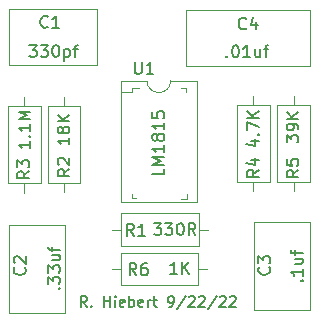
<source format=gbr>
%TF.GenerationSoftware,KiCad,Pcbnew,(5.1.6)-1*%
%TF.CreationDate,2022-09-30T16:18:59-07:00*%
%TF.ProjectId,Single VR Conditioner,53696e67-6c65-4205-9652-20436f6e6469,rev?*%
%TF.SameCoordinates,Original*%
%TF.FileFunction,Legend,Top*%
%TF.FilePolarity,Positive*%
%FSLAX46Y46*%
G04 Gerber Fmt 4.6, Leading zero omitted, Abs format (unit mm)*
G04 Created by KiCad (PCBNEW (5.1.6)-1) date 2022-09-30 16:18:59*
%MOMM*%
%LPD*%
G01*
G04 APERTURE LIST*
%ADD10C,0.127000*%
%ADD11C,0.120000*%
%ADD12C,0.100000*%
%ADD13C,0.150000*%
G04 APERTURE END LIST*
D10*
X132966460Y-103744606D02*
X132670126Y-103321273D01*
X132458460Y-103744606D02*
X132458460Y-102855606D01*
X132797126Y-102855606D01*
X132881793Y-102897940D01*
X132924126Y-102940273D01*
X132966460Y-103024940D01*
X132966460Y-103151940D01*
X132924126Y-103236606D01*
X132881793Y-103278940D01*
X132797126Y-103321273D01*
X132458460Y-103321273D01*
X133347460Y-103659940D02*
X133389793Y-103702273D01*
X133347460Y-103744606D01*
X133305126Y-103702273D01*
X133347460Y-103659940D01*
X133347460Y-103744606D01*
X134448126Y-103744606D02*
X134448126Y-102855606D01*
X134448126Y-103278940D02*
X134956126Y-103278940D01*
X134956126Y-103744606D02*
X134956126Y-102855606D01*
X135379460Y-103744606D02*
X135379460Y-103151940D01*
X135379460Y-102855606D02*
X135337126Y-102897940D01*
X135379460Y-102940273D01*
X135421793Y-102897940D01*
X135379460Y-102855606D01*
X135379460Y-102940273D01*
X136141460Y-103702273D02*
X136056793Y-103744606D01*
X135887460Y-103744606D01*
X135802793Y-103702273D01*
X135760460Y-103617606D01*
X135760460Y-103278940D01*
X135802793Y-103194273D01*
X135887460Y-103151940D01*
X136056793Y-103151940D01*
X136141460Y-103194273D01*
X136183793Y-103278940D01*
X136183793Y-103363606D01*
X135760460Y-103448273D01*
X136564793Y-103744606D02*
X136564793Y-102855606D01*
X136564793Y-103194273D02*
X136649460Y-103151940D01*
X136818793Y-103151940D01*
X136903460Y-103194273D01*
X136945793Y-103236606D01*
X136988126Y-103321273D01*
X136988126Y-103575273D01*
X136945793Y-103659940D01*
X136903460Y-103702273D01*
X136818793Y-103744606D01*
X136649460Y-103744606D01*
X136564793Y-103702273D01*
X137707793Y-103702273D02*
X137623126Y-103744606D01*
X137453793Y-103744606D01*
X137369126Y-103702273D01*
X137326793Y-103617606D01*
X137326793Y-103278940D01*
X137369126Y-103194273D01*
X137453793Y-103151940D01*
X137623126Y-103151940D01*
X137707793Y-103194273D01*
X137750126Y-103278940D01*
X137750126Y-103363606D01*
X137326793Y-103448273D01*
X138131126Y-103744606D02*
X138131126Y-103151940D01*
X138131126Y-103321273D02*
X138173460Y-103236606D01*
X138215793Y-103194273D01*
X138300460Y-103151940D01*
X138385126Y-103151940D01*
X138554460Y-103151940D02*
X138893126Y-103151940D01*
X138681460Y-102855606D02*
X138681460Y-103617606D01*
X138723793Y-103702273D01*
X138808460Y-103744606D01*
X138893126Y-103744606D01*
X139909126Y-103744606D02*
X140078460Y-103744606D01*
X140163126Y-103702273D01*
X140205460Y-103659940D01*
X140290126Y-103532940D01*
X140332460Y-103363606D01*
X140332460Y-103024940D01*
X140290126Y-102940273D01*
X140247793Y-102897940D01*
X140163126Y-102855606D01*
X139993793Y-102855606D01*
X139909126Y-102897940D01*
X139866793Y-102940273D01*
X139824460Y-103024940D01*
X139824460Y-103236606D01*
X139866793Y-103321273D01*
X139909126Y-103363606D01*
X139993793Y-103405940D01*
X140163126Y-103405940D01*
X140247793Y-103363606D01*
X140290126Y-103321273D01*
X140332460Y-103236606D01*
X141348460Y-102813273D02*
X140586460Y-103956273D01*
X141602460Y-102940273D02*
X141644793Y-102897940D01*
X141729460Y-102855606D01*
X141941126Y-102855606D01*
X142025793Y-102897940D01*
X142068126Y-102940273D01*
X142110460Y-103024940D01*
X142110460Y-103109606D01*
X142068126Y-103236606D01*
X141560126Y-103744606D01*
X142110460Y-103744606D01*
X142449126Y-102940273D02*
X142491460Y-102897940D01*
X142576126Y-102855606D01*
X142787793Y-102855606D01*
X142872460Y-102897940D01*
X142914793Y-102940273D01*
X142957126Y-103024940D01*
X142957126Y-103109606D01*
X142914793Y-103236606D01*
X142406793Y-103744606D01*
X142957126Y-103744606D01*
X143973126Y-102813273D02*
X143211126Y-103956273D01*
X144227126Y-102940273D02*
X144269460Y-102897940D01*
X144354126Y-102855606D01*
X144565793Y-102855606D01*
X144650460Y-102897940D01*
X144692793Y-102940273D01*
X144735126Y-103024940D01*
X144735126Y-103109606D01*
X144692793Y-103236606D01*
X144184793Y-103744606D01*
X144735126Y-103744606D01*
X145073793Y-102940273D02*
X145116126Y-102897940D01*
X145200793Y-102855606D01*
X145412460Y-102855606D01*
X145497126Y-102897940D01*
X145539460Y-102940273D01*
X145581793Y-103024940D01*
X145581793Y-103109606D01*
X145539460Y-103236606D01*
X145031460Y-103744606D01*
X145581793Y-103744606D01*
D11*
%TO.C,U2*%
X138054840Y-84582960D02*
X135819840Y-84582960D01*
X135819840Y-84582960D02*
X135819840Y-94862960D01*
X135819840Y-94862960D02*
X142289840Y-94862960D01*
X142289840Y-94862960D02*
X142289840Y-84582960D01*
X142289840Y-84582960D02*
X140054840Y-84582960D01*
X140054840Y-84582960D02*
G75*
G02*
X138054840Y-84582960I-1000000J0D01*
G01*
D12*
%TO.C,U1*%
X136749760Y-85575360D02*
X135849760Y-85575360D01*
X136749760Y-85175360D02*
X136749760Y-85575360D01*
X137349760Y-85175360D02*
X136749760Y-85175360D01*
X141349760Y-85175360D02*
X140949760Y-85175360D01*
X141349760Y-85575360D02*
X141349760Y-85175360D01*
X141449760Y-94575360D02*
X140949760Y-94575360D01*
X141449760Y-94175360D02*
X141449760Y-94575360D01*
X136749760Y-94475360D02*
X137149760Y-94475360D01*
X136749760Y-94175360D02*
X136749760Y-94475360D01*
D11*
%TO.C,C1*%
X126359120Y-78483280D02*
X133799120Y-78483280D01*
X126359120Y-83223280D02*
X133799120Y-83223280D01*
X126359120Y-78483280D02*
X126359120Y-83223280D01*
X133799120Y-78483280D02*
X133799120Y-83223280D01*
%TO.C,C2*%
X131117520Y-104223360D02*
X126377520Y-104223360D01*
X131117520Y-96783360D02*
X126377520Y-96783360D01*
X126377520Y-96783360D02*
X126377520Y-104223360D01*
X131117520Y-96783360D02*
X131117520Y-104223360D01*
%TO.C,C3*%
X151874400Y-104020160D02*
X147134400Y-104020160D01*
X151874400Y-96580160D02*
X147134400Y-96580160D01*
X147134400Y-96580160D02*
X147134400Y-104020160D01*
X151874400Y-96580160D02*
X151874400Y-104020160D01*
%TO.C,C4*%
X141348000Y-83324880D02*
X141348000Y-78584880D01*
X151888000Y-83324880D02*
X151888000Y-78584880D01*
X151888000Y-78584880D02*
X141348000Y-78584880D01*
X151888000Y-83324880D02*
X141348000Y-83324880D01*
%TO.C,R1*%
X135886440Y-95825640D02*
X135886440Y-98565640D01*
X135886440Y-98565640D02*
X142426440Y-98565640D01*
X142426440Y-98565640D02*
X142426440Y-95825640D01*
X142426440Y-95825640D02*
X135886440Y-95825640D01*
X135116440Y-97195640D02*
X135886440Y-97195640D01*
X143196440Y-97195640D02*
X142426440Y-97195640D01*
%TO.C,R2*%
X131030980Y-94034740D02*
X131030980Y-93264740D01*
X131030980Y-85954740D02*
X131030980Y-86724740D01*
X132400980Y-93264740D02*
X132400980Y-86724740D01*
X129660980Y-93264740D02*
X132400980Y-93264740D01*
X129660980Y-86724740D02*
X129660980Y-93264740D01*
X132400980Y-86724740D02*
X129660980Y-86724740D01*
%TO.C,R3*%
X126310720Y-93287600D02*
X129050720Y-93287600D01*
X129050720Y-93287600D02*
X129050720Y-86747600D01*
X129050720Y-86747600D02*
X126310720Y-86747600D01*
X126310720Y-86747600D02*
X126310720Y-93287600D01*
X127680720Y-94057600D02*
X127680720Y-93287600D01*
X127680720Y-85977600D02*
X127680720Y-86747600D01*
%TO.C,R4*%
X147066000Y-85842980D02*
X147066000Y-86612980D01*
X147066000Y-93922980D02*
X147066000Y-93152980D01*
X145696000Y-86612980D02*
X145696000Y-93152980D01*
X148436000Y-86612980D02*
X145696000Y-86612980D01*
X148436000Y-93152980D02*
X148436000Y-86612980D01*
X145696000Y-93152980D02*
X148436000Y-93152980D01*
%TO.C,R5*%
X150469600Y-85840440D02*
X150469600Y-86610440D01*
X150469600Y-93920440D02*
X150469600Y-93150440D01*
X149099600Y-86610440D02*
X149099600Y-93150440D01*
X151839600Y-86610440D02*
X149099600Y-86610440D01*
X151839600Y-93150440D02*
X151839600Y-86610440D01*
X149099600Y-93150440D02*
X151839600Y-93150440D01*
%TO.C,R6*%
X142365480Y-101908280D02*
X142365480Y-99168280D01*
X142365480Y-99168280D02*
X135825480Y-99168280D01*
X135825480Y-99168280D02*
X135825480Y-101908280D01*
X135825480Y-101908280D02*
X142365480Y-101908280D01*
X143135480Y-100538280D02*
X142365480Y-100538280D01*
X135055480Y-100538280D02*
X135825480Y-100538280D01*
%TO.C,U1*%
D13*
X137017855Y-83003140D02*
X137017855Y-83812664D01*
X137065474Y-83907902D01*
X137113093Y-83955521D01*
X137208331Y-84003140D01*
X137398807Y-84003140D01*
X137494045Y-83955521D01*
X137541664Y-83907902D01*
X137589283Y-83812664D01*
X137589283Y-83003140D01*
X138589283Y-84003140D02*
X138017855Y-84003140D01*
X138303569Y-84003140D02*
X138303569Y-83003140D01*
X138208331Y-83145998D01*
X138113093Y-83241236D01*
X138017855Y-83288855D01*
X139502140Y-92042026D02*
X139502140Y-92518217D01*
X138502140Y-92518217D01*
X139502140Y-91708693D02*
X138502140Y-91708693D01*
X139216426Y-91375360D01*
X138502140Y-91042026D01*
X139502140Y-91042026D01*
X139502140Y-90042026D02*
X139502140Y-90613455D01*
X139502140Y-90327740D02*
X138502140Y-90327740D01*
X138644998Y-90422979D01*
X138740236Y-90518217D01*
X138787855Y-90613455D01*
X138930712Y-89470598D02*
X138883093Y-89565836D01*
X138835474Y-89613455D01*
X138740236Y-89661074D01*
X138692617Y-89661074D01*
X138597379Y-89613455D01*
X138549760Y-89565836D01*
X138502140Y-89470598D01*
X138502140Y-89280121D01*
X138549760Y-89184883D01*
X138597379Y-89137264D01*
X138692617Y-89089645D01*
X138740236Y-89089645D01*
X138835474Y-89137264D01*
X138883093Y-89184883D01*
X138930712Y-89280121D01*
X138930712Y-89470598D01*
X138978331Y-89565836D01*
X139025950Y-89613455D01*
X139121188Y-89661074D01*
X139311664Y-89661074D01*
X139406902Y-89613455D01*
X139454521Y-89565836D01*
X139502140Y-89470598D01*
X139502140Y-89280121D01*
X139454521Y-89184883D01*
X139406902Y-89137264D01*
X139311664Y-89089645D01*
X139121188Y-89089645D01*
X139025950Y-89137264D01*
X138978331Y-89184883D01*
X138930712Y-89280121D01*
X139502140Y-88137264D02*
X139502140Y-88708693D01*
X139502140Y-88422979D02*
X138502140Y-88422979D01*
X138644998Y-88518217D01*
X138740236Y-88613455D01*
X138787855Y-88708693D01*
X138502140Y-87232502D02*
X138502140Y-87708693D01*
X138978331Y-87756312D01*
X138930712Y-87708693D01*
X138883093Y-87613455D01*
X138883093Y-87375360D01*
X138930712Y-87280121D01*
X138978331Y-87232502D01*
X139073569Y-87184883D01*
X139311664Y-87184883D01*
X139406902Y-87232502D01*
X139454521Y-87280121D01*
X139502140Y-87375360D01*
X139502140Y-87613455D01*
X139454521Y-87708693D01*
X139406902Y-87756312D01*
%TO.C,C1*%
X129647653Y-79996302D02*
X129600034Y-80043921D01*
X129457177Y-80091540D01*
X129361939Y-80091540D01*
X129219081Y-80043921D01*
X129123843Y-79948683D01*
X129076224Y-79853445D01*
X129028605Y-79662969D01*
X129028605Y-79520112D01*
X129076224Y-79329636D01*
X129123843Y-79234398D01*
X129219081Y-79139160D01*
X129361939Y-79091540D01*
X129457177Y-79091540D01*
X129600034Y-79139160D01*
X129647653Y-79186779D01*
X130600034Y-80091540D02*
X130028605Y-80091540D01*
X130314320Y-80091540D02*
X130314320Y-79091540D01*
X130219081Y-79234398D01*
X130123843Y-79329636D01*
X130028605Y-79377255D01*
X128095310Y-81575660D02*
X128714358Y-81575660D01*
X128381024Y-81956613D01*
X128523881Y-81956613D01*
X128619120Y-82004232D01*
X128666739Y-82051851D01*
X128714358Y-82147089D01*
X128714358Y-82385184D01*
X128666739Y-82480422D01*
X128619120Y-82528041D01*
X128523881Y-82575660D01*
X128238167Y-82575660D01*
X128142929Y-82528041D01*
X128095310Y-82480422D01*
X129047691Y-81575660D02*
X129666739Y-81575660D01*
X129333405Y-81956613D01*
X129476262Y-81956613D01*
X129571500Y-82004232D01*
X129619120Y-82051851D01*
X129666739Y-82147089D01*
X129666739Y-82385184D01*
X129619120Y-82480422D01*
X129571500Y-82528041D01*
X129476262Y-82575660D01*
X129190548Y-82575660D01*
X129095310Y-82528041D01*
X129047691Y-82480422D01*
X130285786Y-81575660D02*
X130381024Y-81575660D01*
X130476262Y-81623280D01*
X130523881Y-81670899D01*
X130571500Y-81766137D01*
X130619120Y-81956613D01*
X130619120Y-82194708D01*
X130571500Y-82385184D01*
X130523881Y-82480422D01*
X130476262Y-82528041D01*
X130381024Y-82575660D01*
X130285786Y-82575660D01*
X130190548Y-82528041D01*
X130142929Y-82480422D01*
X130095310Y-82385184D01*
X130047691Y-82194708D01*
X130047691Y-81956613D01*
X130095310Y-81766137D01*
X130142929Y-81670899D01*
X130190548Y-81623280D01*
X130285786Y-81575660D01*
X131047691Y-81908994D02*
X131047691Y-82908994D01*
X131047691Y-81956613D02*
X131142929Y-81908994D01*
X131333405Y-81908994D01*
X131428643Y-81956613D01*
X131476262Y-82004232D01*
X131523881Y-82099470D01*
X131523881Y-82385184D01*
X131476262Y-82480422D01*
X131428643Y-82528041D01*
X131333405Y-82575660D01*
X131142929Y-82575660D01*
X131047691Y-82528041D01*
X131809596Y-81908994D02*
X132190548Y-81908994D01*
X131952453Y-82575660D02*
X131952453Y-81718518D01*
X132000072Y-81623280D01*
X132095310Y-81575660D01*
X132190548Y-81575660D01*
%TO.C,C2*%
X127682262Y-100400146D02*
X127729881Y-100447765D01*
X127777500Y-100590622D01*
X127777500Y-100685860D01*
X127729881Y-100828718D01*
X127634643Y-100923956D01*
X127539405Y-100971575D01*
X127348929Y-101019194D01*
X127206072Y-101019194D01*
X127015596Y-100971575D01*
X126920358Y-100923956D01*
X126825120Y-100828718D01*
X126777500Y-100685860D01*
X126777500Y-100590622D01*
X126825120Y-100447765D01*
X126872739Y-100400146D01*
X126872739Y-100019194D02*
X126825120Y-99971575D01*
X126777500Y-99876337D01*
X126777500Y-99638241D01*
X126825120Y-99543003D01*
X126872739Y-99495384D01*
X126967977Y-99447765D01*
X127063215Y-99447765D01*
X127206072Y-99495384D01*
X127777500Y-100066813D01*
X127777500Y-99447765D01*
X130577862Y-102177956D02*
X130625481Y-102130337D01*
X130673100Y-102177956D01*
X130625481Y-102225575D01*
X130577862Y-102177956D01*
X130673100Y-102177956D01*
X129673100Y-101797003D02*
X129673100Y-101177956D01*
X130054053Y-101511289D01*
X130054053Y-101368432D01*
X130101672Y-101273194D01*
X130149291Y-101225575D01*
X130244529Y-101177956D01*
X130482624Y-101177956D01*
X130577862Y-101225575D01*
X130625481Y-101273194D01*
X130673100Y-101368432D01*
X130673100Y-101654146D01*
X130625481Y-101749384D01*
X130577862Y-101797003D01*
X129673100Y-100844622D02*
X129673100Y-100225575D01*
X130054053Y-100558908D01*
X130054053Y-100416051D01*
X130101672Y-100320813D01*
X130149291Y-100273194D01*
X130244529Y-100225575D01*
X130482624Y-100225575D01*
X130577862Y-100273194D01*
X130625481Y-100320813D01*
X130673100Y-100416051D01*
X130673100Y-100701765D01*
X130625481Y-100797003D01*
X130577862Y-100844622D01*
X130006434Y-99368432D02*
X130673100Y-99368432D01*
X130006434Y-99797003D02*
X130530243Y-99797003D01*
X130625481Y-99749384D01*
X130673100Y-99654146D01*
X130673100Y-99511289D01*
X130625481Y-99416051D01*
X130577862Y-99368432D01*
X130006434Y-99035099D02*
X130006434Y-98654146D01*
X130673100Y-98892241D02*
X129815958Y-98892241D01*
X129720720Y-98844622D01*
X129673100Y-98749384D01*
X129673100Y-98654146D01*
%TO.C,C3*%
X148388342Y-100374746D02*
X148435961Y-100422365D01*
X148483580Y-100565222D01*
X148483580Y-100660460D01*
X148435961Y-100803318D01*
X148340723Y-100898556D01*
X148245485Y-100946175D01*
X148055009Y-100993794D01*
X147912152Y-100993794D01*
X147721676Y-100946175D01*
X147626438Y-100898556D01*
X147531200Y-100803318D01*
X147483580Y-100660460D01*
X147483580Y-100565222D01*
X147531200Y-100422365D01*
X147578819Y-100374746D01*
X147483580Y-100041413D02*
X147483580Y-99422365D01*
X147864533Y-99755699D01*
X147864533Y-99612841D01*
X147912152Y-99517603D01*
X147959771Y-99469984D01*
X148055009Y-99422365D01*
X148293104Y-99422365D01*
X148388342Y-99469984D01*
X148435961Y-99517603D01*
X148483580Y-99612841D01*
X148483580Y-99898556D01*
X148435961Y-99993794D01*
X148388342Y-100041413D01*
X151131542Y-101514445D02*
X151179161Y-101466826D01*
X151226780Y-101514445D01*
X151179161Y-101562064D01*
X151131542Y-101514445D01*
X151226780Y-101514445D01*
X151226780Y-100514445D02*
X151226780Y-101085874D01*
X151226780Y-100800160D02*
X150226780Y-100800160D01*
X150369638Y-100895398D01*
X150464876Y-100990636D01*
X150512495Y-101085874D01*
X150560114Y-99657302D02*
X151226780Y-99657302D01*
X150560114Y-100085874D02*
X151083923Y-100085874D01*
X151179161Y-100038255D01*
X151226780Y-99943017D01*
X151226780Y-99800160D01*
X151179161Y-99704921D01*
X151131542Y-99657302D01*
X150560114Y-99323969D02*
X150560114Y-98943017D01*
X151226780Y-99181112D02*
X150369638Y-99181112D01*
X150274400Y-99133493D01*
X150226780Y-99038255D01*
X150226780Y-98943017D01*
%TO.C,C4*%
X146442133Y-80148702D02*
X146394514Y-80196321D01*
X146251657Y-80243940D01*
X146156419Y-80243940D01*
X146013561Y-80196321D01*
X145918323Y-80101083D01*
X145870704Y-80005845D01*
X145823085Y-79815369D01*
X145823085Y-79672512D01*
X145870704Y-79482036D01*
X145918323Y-79386798D01*
X146013561Y-79291560D01*
X146156419Y-79243940D01*
X146251657Y-79243940D01*
X146394514Y-79291560D01*
X146442133Y-79339179D01*
X147299276Y-79577274D02*
X147299276Y-80243940D01*
X147061180Y-79196321D02*
X146823085Y-79910607D01*
X147442133Y-79910607D01*
X144816723Y-82495662D02*
X144864342Y-82543281D01*
X144816723Y-82590900D01*
X144769104Y-82543281D01*
X144816723Y-82495662D01*
X144816723Y-82590900D01*
X145483390Y-81590900D02*
X145578628Y-81590900D01*
X145673866Y-81638520D01*
X145721485Y-81686139D01*
X145769104Y-81781377D01*
X145816723Y-81971853D01*
X145816723Y-82209948D01*
X145769104Y-82400424D01*
X145721485Y-82495662D01*
X145673866Y-82543281D01*
X145578628Y-82590900D01*
X145483390Y-82590900D01*
X145388152Y-82543281D01*
X145340533Y-82495662D01*
X145292914Y-82400424D01*
X145245295Y-82209948D01*
X145245295Y-81971853D01*
X145292914Y-81781377D01*
X145340533Y-81686139D01*
X145388152Y-81638520D01*
X145483390Y-81590900D01*
X146769104Y-82590900D02*
X146197676Y-82590900D01*
X146483390Y-82590900D02*
X146483390Y-81590900D01*
X146388152Y-81733758D01*
X146292914Y-81828996D01*
X146197676Y-81876615D01*
X147626247Y-81924234D02*
X147626247Y-82590900D01*
X147197676Y-81924234D02*
X147197676Y-82448043D01*
X147245295Y-82543281D01*
X147340533Y-82590900D01*
X147483390Y-82590900D01*
X147578628Y-82543281D01*
X147626247Y-82495662D01*
X147959580Y-81924234D02*
X148340533Y-81924234D01*
X148102438Y-82590900D02*
X148102438Y-81733758D01*
X148150057Y-81638520D01*
X148245295Y-81590900D01*
X148340533Y-81590900D01*
%TO.C,R1*%
X136952693Y-97693740D02*
X136619360Y-97217550D01*
X136381264Y-97693740D02*
X136381264Y-96693740D01*
X136762217Y-96693740D01*
X136857455Y-96741360D01*
X136905074Y-96788979D01*
X136952693Y-96884217D01*
X136952693Y-97027074D01*
X136905074Y-97122312D01*
X136857455Y-97169931D01*
X136762217Y-97217550D01*
X136381264Y-97217550D01*
X137905074Y-97693740D02*
X137333645Y-97693740D01*
X137619360Y-97693740D02*
X137619360Y-96693740D01*
X137524121Y-96836598D01*
X137428883Y-96931836D01*
X137333645Y-96979455D01*
X138635645Y-96642940D02*
X139254693Y-96642940D01*
X138921360Y-97023893D01*
X139064217Y-97023893D01*
X139159455Y-97071512D01*
X139207074Y-97119131D01*
X139254693Y-97214369D01*
X139254693Y-97452464D01*
X139207074Y-97547702D01*
X139159455Y-97595321D01*
X139064217Y-97642940D01*
X138778502Y-97642940D01*
X138683264Y-97595321D01*
X138635645Y-97547702D01*
X139588026Y-96642940D02*
X140207074Y-96642940D01*
X139873740Y-97023893D01*
X140016598Y-97023893D01*
X140111836Y-97071512D01*
X140159455Y-97119131D01*
X140207074Y-97214369D01*
X140207074Y-97452464D01*
X140159455Y-97547702D01*
X140111836Y-97595321D01*
X140016598Y-97642940D01*
X139730883Y-97642940D01*
X139635645Y-97595321D01*
X139588026Y-97547702D01*
X140826121Y-96642940D02*
X140921360Y-96642940D01*
X141016598Y-96690560D01*
X141064217Y-96738179D01*
X141111836Y-96833417D01*
X141159455Y-97023893D01*
X141159455Y-97261988D01*
X141111836Y-97452464D01*
X141064217Y-97547702D01*
X141016598Y-97595321D01*
X140921360Y-97642940D01*
X140826121Y-97642940D01*
X140730883Y-97595321D01*
X140683264Y-97547702D01*
X140635645Y-97452464D01*
X140588026Y-97261988D01*
X140588026Y-97023893D01*
X140635645Y-96833417D01*
X140683264Y-96738179D01*
X140730883Y-96690560D01*
X140826121Y-96642940D01*
X142159455Y-97642940D02*
X141826121Y-97166750D01*
X141588026Y-97642940D02*
X141588026Y-96642940D01*
X141968979Y-96642940D01*
X142064217Y-96690560D01*
X142111836Y-96738179D01*
X142159455Y-96833417D01*
X142159455Y-96976274D01*
X142111836Y-97071512D01*
X142064217Y-97119131D01*
X141968979Y-97166750D01*
X141588026Y-97166750D01*
%TO.C,R2*%
X131483360Y-92066406D02*
X131007170Y-92399740D01*
X131483360Y-92637835D02*
X130483360Y-92637835D01*
X130483360Y-92256882D01*
X130530980Y-92161644D01*
X130578599Y-92114025D01*
X130673837Y-92066406D01*
X130816694Y-92066406D01*
X130911932Y-92114025D01*
X130959551Y-92161644D01*
X131007170Y-92256882D01*
X131007170Y-92637835D01*
X130578599Y-91685454D02*
X130530980Y-91637835D01*
X130483360Y-91542597D01*
X130483360Y-91304501D01*
X130530980Y-91209263D01*
X130578599Y-91161644D01*
X130673837Y-91114025D01*
X130769075Y-91114025D01*
X130911932Y-91161644D01*
X131483360Y-91733073D01*
X131483360Y-91114025D01*
X131483360Y-89415216D02*
X131483360Y-89986644D01*
X131483360Y-89700930D02*
X130483360Y-89700930D01*
X130626218Y-89796168D01*
X130721456Y-89891406D01*
X130769075Y-89986644D01*
X130911932Y-88843787D02*
X130864313Y-88939025D01*
X130816694Y-88986644D01*
X130721456Y-89034263D01*
X130673837Y-89034263D01*
X130578599Y-88986644D01*
X130530980Y-88939025D01*
X130483360Y-88843787D01*
X130483360Y-88653311D01*
X130530980Y-88558073D01*
X130578599Y-88510454D01*
X130673837Y-88462835D01*
X130721456Y-88462835D01*
X130816694Y-88510454D01*
X130864313Y-88558073D01*
X130911932Y-88653311D01*
X130911932Y-88843787D01*
X130959551Y-88939025D01*
X131007170Y-88986644D01*
X131102408Y-89034263D01*
X131292884Y-89034263D01*
X131388122Y-88986644D01*
X131435741Y-88939025D01*
X131483360Y-88843787D01*
X131483360Y-88653311D01*
X131435741Y-88558073D01*
X131388122Y-88510454D01*
X131292884Y-88462835D01*
X131102408Y-88462835D01*
X131007170Y-88510454D01*
X130959551Y-88558073D01*
X130911932Y-88653311D01*
X131483360Y-88034263D02*
X130483360Y-88034263D01*
X131483360Y-87462835D02*
X130911932Y-87891406D01*
X130483360Y-87462835D02*
X131054789Y-88034263D01*
%TO.C,R3*%
X128082300Y-92256906D02*
X127606110Y-92590240D01*
X128082300Y-92828335D02*
X127082300Y-92828335D01*
X127082300Y-92447382D01*
X127129920Y-92352144D01*
X127177539Y-92304525D01*
X127272777Y-92256906D01*
X127415634Y-92256906D01*
X127510872Y-92304525D01*
X127558491Y-92352144D01*
X127606110Y-92447382D01*
X127606110Y-92828335D01*
X127082300Y-91923573D02*
X127082300Y-91304525D01*
X127463253Y-91637859D01*
X127463253Y-91495001D01*
X127510872Y-91399763D01*
X127558491Y-91352144D01*
X127653729Y-91304525D01*
X127891824Y-91304525D01*
X127987062Y-91352144D01*
X128034681Y-91399763D01*
X128082300Y-91495001D01*
X128082300Y-91780716D01*
X128034681Y-91875954D01*
X127987062Y-91923573D01*
X128183900Y-89717120D02*
X128183900Y-90288548D01*
X128183900Y-90002834D02*
X127183900Y-90002834D01*
X127326758Y-90098072D01*
X127421996Y-90193310D01*
X127469615Y-90288548D01*
X128088662Y-89288548D02*
X128136281Y-89240929D01*
X128183900Y-89288548D01*
X128136281Y-89336167D01*
X128088662Y-89288548D01*
X128183900Y-89288548D01*
X128183900Y-88288548D02*
X128183900Y-88859977D01*
X128183900Y-88574262D02*
X127183900Y-88574262D01*
X127326758Y-88669500D01*
X127421996Y-88764739D01*
X127469615Y-88859977D01*
X128183900Y-87859977D02*
X127183900Y-87859977D01*
X127898186Y-87526643D01*
X127183900Y-87193310D01*
X128183900Y-87193310D01*
%TO.C,R4*%
X147518380Y-92134986D02*
X147042190Y-92468320D01*
X147518380Y-92706415D02*
X146518380Y-92706415D01*
X146518380Y-92325462D01*
X146566000Y-92230224D01*
X146613619Y-92182605D01*
X146708857Y-92134986D01*
X146851714Y-92134986D01*
X146946952Y-92182605D01*
X146994571Y-92230224D01*
X147042190Y-92325462D01*
X147042190Y-92706415D01*
X146851714Y-91277843D02*
X147518380Y-91277843D01*
X146470761Y-91515939D02*
X147185047Y-91754034D01*
X147185047Y-91134986D01*
X146851714Y-89664729D02*
X147518380Y-89664729D01*
X146470761Y-89902824D02*
X147185047Y-90140920D01*
X147185047Y-89521872D01*
X147423142Y-89140920D02*
X147470761Y-89093300D01*
X147518380Y-89140920D01*
X147470761Y-89188539D01*
X147423142Y-89140920D01*
X147518380Y-89140920D01*
X146518380Y-88759967D02*
X146518380Y-88093300D01*
X147518380Y-88521872D01*
X147518380Y-87712348D02*
X146518380Y-87712348D01*
X147518380Y-87140920D02*
X146946952Y-87569491D01*
X146518380Y-87140920D02*
X147089809Y-87712348D01*
%TO.C,R5*%
X150871180Y-92155306D02*
X150394990Y-92488640D01*
X150871180Y-92726735D02*
X149871180Y-92726735D01*
X149871180Y-92345782D01*
X149918800Y-92250544D01*
X149966419Y-92202925D01*
X150061657Y-92155306D01*
X150204514Y-92155306D01*
X150299752Y-92202925D01*
X150347371Y-92250544D01*
X150394990Y-92345782D01*
X150394990Y-92726735D01*
X149871180Y-91250544D02*
X149871180Y-91726735D01*
X150347371Y-91774354D01*
X150299752Y-91726735D01*
X150252133Y-91631497D01*
X150252133Y-91393401D01*
X150299752Y-91298163D01*
X150347371Y-91250544D01*
X150442609Y-91202925D01*
X150680704Y-91202925D01*
X150775942Y-91250544D01*
X150823561Y-91298163D01*
X150871180Y-91393401D01*
X150871180Y-91631497D01*
X150823561Y-91726735D01*
X150775942Y-91774354D01*
X149871180Y-89798043D02*
X149871180Y-89178996D01*
X150252133Y-89512329D01*
X150252133Y-89369472D01*
X150299752Y-89274234D01*
X150347371Y-89226615D01*
X150442609Y-89178996D01*
X150680704Y-89178996D01*
X150775942Y-89226615D01*
X150823561Y-89274234D01*
X150871180Y-89369472D01*
X150871180Y-89655186D01*
X150823561Y-89750424D01*
X150775942Y-89798043D01*
X150871180Y-88702805D02*
X150871180Y-88512329D01*
X150823561Y-88417091D01*
X150775942Y-88369472D01*
X150633085Y-88274234D01*
X150442609Y-88226615D01*
X150061657Y-88226615D01*
X149966419Y-88274234D01*
X149918800Y-88321853D01*
X149871180Y-88417091D01*
X149871180Y-88607567D01*
X149918800Y-88702805D01*
X149966419Y-88750424D01*
X150061657Y-88798043D01*
X150299752Y-88798043D01*
X150394990Y-88750424D01*
X150442609Y-88702805D01*
X150490228Y-88607567D01*
X150490228Y-88417091D01*
X150442609Y-88321853D01*
X150394990Y-88274234D01*
X150299752Y-88226615D01*
X150871180Y-87798043D02*
X149871180Y-87798043D01*
X150871180Y-87226615D02*
X150299752Y-87655186D01*
X149871180Y-87226615D02*
X150442609Y-87798043D01*
%TO.C,R6*%
X137155893Y-101041460D02*
X136822560Y-100565270D01*
X136584464Y-101041460D02*
X136584464Y-100041460D01*
X136965417Y-100041460D01*
X137060655Y-100089080D01*
X137108274Y-100136699D01*
X137155893Y-100231937D01*
X137155893Y-100374794D01*
X137108274Y-100470032D01*
X137060655Y-100517651D01*
X136965417Y-100565270D01*
X136584464Y-100565270D01*
X138013036Y-100041460D02*
X137822560Y-100041460D01*
X137727321Y-100089080D01*
X137679702Y-100136699D01*
X137584464Y-100279556D01*
X137536845Y-100470032D01*
X137536845Y-100850984D01*
X137584464Y-100946222D01*
X137632083Y-100993841D01*
X137727321Y-101041460D01*
X137917798Y-101041460D01*
X138013036Y-100993841D01*
X138060655Y-100946222D01*
X138108274Y-100850984D01*
X138108274Y-100612889D01*
X138060655Y-100517651D01*
X138013036Y-100470032D01*
X137917798Y-100422413D01*
X137727321Y-100422413D01*
X137632083Y-100470032D01*
X137584464Y-100517651D01*
X137536845Y-100612889D01*
X140608394Y-100939860D02*
X140036965Y-100939860D01*
X140322680Y-100939860D02*
X140322680Y-99939860D01*
X140227441Y-100082718D01*
X140132203Y-100177956D01*
X140036965Y-100225575D01*
X141036965Y-100939860D02*
X141036965Y-99939860D01*
X141608394Y-100939860D02*
X141179822Y-100368432D01*
X141608394Y-99939860D02*
X141036965Y-100511289D01*
%TD*%
M02*

</source>
